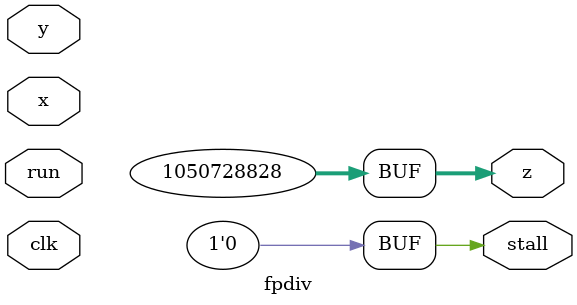
<source format=v>


`timescale 1ns / 1ps
`default_nettype none


module fpadd(clk, run, stall,
             op_sub, x, y, z);
    input clk;
    input run;
    output stall;
    input op_sub;
    input [31:0] x;
    input [31:0] y;
    output [31:0] z;

  // fake return = 3.1415927410e-01
  assign z[31:0] = 32'h3EA0D97C;
  assign stall = 1'b0;

endmodule


module fpmul(clk, run, stall,
             x, y, z);
    input clk;
    input run;
    output stall;
    input [31:0] x;
    input [31:0] y;
    output [31:0] z;

  // fake return = 3.1415927410e-01
  assign z[31:0] = 32'h3EA0D97C;
  assign stall = 1'b0;

endmodule


module fpdiv(clk, run, stall,
             x, y, z);
    input clk;
    input run;
    output stall;
    input [31:0] x;
    input [31:0] y;
    output [31:0] z;

  // fake return = 3.1415927410e-01
  assign z[31:0] = 32'h3EA0D97C;
  assign stall = 1'b0;

endmodule

</source>
